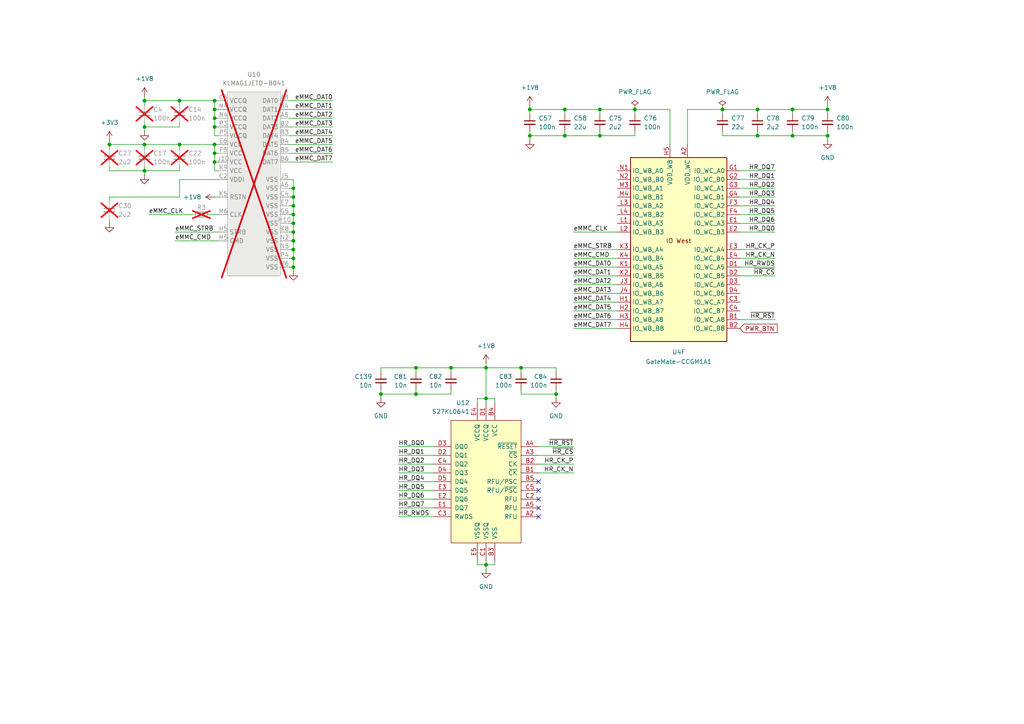
<source format=kicad_sch>
(kicad_sch (version 20250114) (generator "eeschema") (generator_version "9.0")
  (paper "A4")
  (title_block (title "${project_name}") (date "2025-06-24") (rev "${project_version}") (company "${project_creator}") (comment 1 "${project_license}"))
  (bus_alias "DDMI0" (members "DDMI0_TX0_P" "DDMI0_TX0_N" "DDMI0_TX1_P" "DDMI0_TX1_N" "DDMI0_TX2_P" "DDMI0_TX2_N" "DDMI0_CLK_P" "DDMI0_CLK_N" "DDMI0_SDA" "DDMI0_SCL"))
  (bus_alias "DDMI1" (members "DDMI1_TX0_P" "DDMI1_TX0_N" "DDMI1_TX1_P" "DDMI1_TX1_N" "DDMI1_TX2_P" "DDMI1_TX2_N" "DDMI1_CLK_P" "DDMI1_CLK_N"))
  (junction (at 41.91 41.91))
  (junction (at 85.09 77.47))
  (junction (at 229.87 39.37))
  (junction (at 85.09 59.69))
  (junction (at 140.97 115.57))
  (junction (at 184.15 31.75))
  (junction (at 173.99 31.75))
  (junction (at 240.03 31.75))
  (junction (at 153.67 31.75))
  (junction (at 153.67 39.37))
  (junction (at 85.09 64.77))
  (junction (at 41.91 29.21))
  (junction (at 85.09 67.31))
  (junction (at 173.99 39.37))
  (junction (at 85.09 57.15))
  (junction (at 62.23 41.91))
  (junction (at 161.29 114.3))
  (junction (at 85.09 54.61))
  (junction (at 85.09 62.23))
  (junction (at 41.91 36.83))
  (junction (at 120.65 106.68))
  (junction (at 219.71 39.37))
  (junction (at 163.83 31.75))
  (junction (at 31.75 41.91))
  (junction (at 85.09 69.85))
  (junction (at 240.03 39.37))
  (junction (at 140.97 163.83))
  (junction (at 62.23 29.21))
  (junction (at 52.07 41.91))
  (junction (at 62.23 34.29))
  (junction (at 52.07 29.21))
  (junction (at 62.23 31.75))
  (junction (at 62.23 44.45))
  (junction (at 85.09 72.39))
  (junction (at 219.71 31.75))
  (junction (at 130.81 106.68))
  (junction (at 62.23 46.99))
  (junction (at 120.65 114.3))
  (junction (at 85.09 74.93))
  (junction (at 110.49 114.3))
  (junction (at 229.87 31.75))
  (junction (at 41.91 49.53))
  (junction (at 151.13 106.68))
  (junction (at 140.97 106.68))
  (junction (at 209.55 31.75))
  (junction (at 62.23 36.83))
  (junction (at 163.83 39.37))
  (no_connect (at 156.21 144.78))
  (no_connect (at 156.21 149.86))
  (no_connect (at 156.21 142.24))
  (no_connect (at 156.21 147.32))
  (no_connect (at 156.21 139.7))
  (wire (pts (xy 85.09 54.61) (xy 85.09 57.15)))
  (wire (pts (xy 115.57 147.32) (xy 125.73 147.32)))
  (wire (pts (xy 120.65 114.3) (xy 130.81 114.3)))
  (wire (pts (xy 229.87 31.75) (xy 240.03 31.75)))
  (wire (pts (xy 62.23 34.29) (xy 63.5 34.29)))
  (wire (pts (xy 161.29 114.3) (xy 161.29 115.57)))
  (wire (pts (xy 173.99 31.75) (xy 184.15 31.75)))
  (wire (pts (xy 140.97 162.56) (xy 140.97 163.83)))
  (wire (pts (xy 85.09 59.69) (xy 85.09 62.23)))
  (wire (pts (xy 163.83 38.1) (xy 163.83 39.37)))
  (wire (pts (xy 224.79 49.53) (xy 214.63 49.53)))
  (wire (pts (xy 50.8 69.85) (xy 63.5 69.85)))
  (wire (pts (xy 41.91 49.53) (xy 31.75 49.53)))
  (wire (pts (xy 219.71 38.1) (xy 219.71 39.37)))
  (wire (pts (xy 166.37 134.62) (xy 156.21 134.62)))
  (wire (pts (xy 62.23 41.91) (xy 63.5 41.91)))
  (wire (pts (xy 83.82 72.39) (xy 85.09 72.39)))
  (wire (pts (xy 153.67 38.1) (xy 153.67 39.37)))
  (wire (pts (xy 83.82 39.37) (xy 96.52 39.37)))
  (wire (pts (xy 62.23 31.75) (xy 63.5 31.75)))
  (wire (pts (xy 240.03 39.37) (xy 240.03 40.64)))
  (wire (pts (xy 184.15 31.75) (xy 184.15 33.02)))
  (wire (pts (xy 85.09 64.77) (xy 85.09 67.31)))
  (wire (pts (xy 151.13 106.68) (xy 140.97 106.68)))
  (wire (pts (xy 62.23 34.29) (xy 62.23 31.75)))
  (wire (pts (xy 83.82 67.31) (xy 85.09 67.31)))
  (wire (pts (xy 62.23 44.45) (xy 63.5 44.45)))
  (wire (pts (xy 130.81 106.68) (xy 130.81 107.95)))
  (wire (pts (xy 240.03 38.1) (xy 240.03 39.37)))
  (wire (pts (xy 60.96 62.23) (xy 63.5 62.23)))
  (wire (pts (xy 184.15 39.37) (xy 184.15 38.1)))
  (wire (pts (xy 31.75 49.53) (xy 31.75 48.26)))
  (wire (pts (xy 83.82 44.45) (xy 96.52 44.45)))
  (wire (pts (xy 140.97 163.83) (xy 140.97 165.1)))
  (wire (pts (xy 173.99 38.1) (xy 173.99 39.37)))
  (wire (pts (xy 85.09 67.31) (xy 85.09 69.85)))
  (wire (pts (xy 31.75 43.18) (xy 31.75 41.91)))
  (wire (pts (xy 52.07 41.91) (xy 52.07 43.18)))
  (wire (pts (xy 163.83 31.75) (xy 163.83 33.02)))
  (wire (pts (xy 166.37 80.01) (xy 179.07 80.01)))
  (wire (pts (xy 240.03 30.48) (xy 240.03 31.75)))
  (wire (pts (xy 31.75 41.91) (xy 41.91 41.91)))
  (wire (pts (xy 83.82 62.23) (xy 85.09 62.23)))
  (wire (pts (xy 83.82 54.61) (xy 85.09 54.61)))
  (wire (pts (xy 224.79 74.93) (xy 214.63 74.93)))
  (wire (pts (xy 83.82 69.85) (xy 85.09 69.85)))
  (wire (pts (xy 240.03 31.75) (xy 240.03 33.02)))
  (wire (pts (xy 83.82 46.99) (xy 96.52 46.99)))
  (wire (pts (xy 166.37 137.16) (xy 156.21 137.16)))
  (wire (pts (xy 153.67 30.48) (xy 153.67 31.75)))
  (wire (pts (xy 161.29 114.3) (xy 151.13 114.3)))
  (wire (pts (xy 219.71 39.37) (xy 229.87 39.37)))
  (wire (pts (xy 62.23 29.21) (xy 63.5 29.21)))
  (wire (pts (xy 219.71 31.75) (xy 219.71 33.02)))
  (wire (pts (xy 83.82 31.75) (xy 96.52 31.75)))
  (wire (pts (xy 85.09 74.93) (xy 85.09 77.47)))
  (wire (pts (xy 63.5 57.15) (xy 62.23 57.15)))
  (wire (pts (xy 151.13 106.68) (xy 151.13 107.95)))
  (wire (pts (xy 161.29 113.03) (xy 161.29 114.3)))
  (wire (pts (xy 83.82 59.69) (xy 85.09 59.69)))
  (wire (pts (xy 184.15 31.75) (xy 194.31 31.75)))
  (wire (pts (xy 153.67 31.75) (xy 153.67 33.02)))
  (wire (pts (xy 110.49 114.3) (xy 120.65 114.3)))
  (wire (pts (xy 115.57 142.24) (xy 125.73 142.24)))
  (wire (pts (xy 163.83 31.75) (xy 173.99 31.75)))
  (wire (pts (xy 143.51 162.56) (xy 143.51 163.83)))
  (wire (pts (xy 173.99 39.37) (xy 184.15 39.37)))
  (wire (pts (xy 63.5 52.07) (xy 52.07 52.07)))
  (wire (pts (xy 62.23 39.37) (xy 62.23 36.83)))
  (wire (pts (xy 52.07 29.21) (xy 52.07 30.48)))
  (wire (pts (xy 140.97 115.57) (xy 140.97 116.84)))
  (wire (pts (xy 163.83 39.37) (xy 173.99 39.37)))
  (wire (pts (xy 166.37 129.54) (xy 156.21 129.54)))
  (wire (pts (xy 83.82 57.15) (xy 85.09 57.15)))
  (wire (pts (xy 166.37 82.55) (xy 179.07 82.55)))
  (wire (pts (xy 83.82 34.29) (xy 96.52 34.29)))
  (wire (pts (xy 41.91 29.21) (xy 52.07 29.21)))
  (wire (pts (xy 115.57 139.7) (xy 125.73 139.7)))
  (wire (pts (xy 224.79 92.71) (xy 214.63 92.71)))
  (wire (pts (xy 140.97 115.57) (xy 138.43 115.57)))
  (wire (pts (xy 83.82 64.77) (xy 85.09 64.77)))
  (wire (pts (xy 120.65 106.68) (xy 110.49 106.68)))
  (wire (pts (xy 85.09 72.39) (xy 85.09 74.93)))
  (wire (pts (xy 161.29 106.68) (xy 151.13 106.68)))
  (wire (pts (xy 166.37 87.63) (xy 179.07 87.63)))
  (wire (pts (xy 62.23 46.99) (xy 62.23 44.45)))
  (wire (pts (xy 41.91 49.53) (xy 41.91 50.8)))
  (wire (pts (xy 166.37 67.31) (xy 179.07 67.31)))
  (wire (pts (xy 110.49 114.3) (xy 110.49 115.57)))
  (wire (pts (xy 52.07 48.26) (xy 52.07 49.53)))
  (wire (pts (xy 83.82 36.83) (xy 96.52 36.83)))
  (wire (pts (xy 161.29 106.68) (xy 161.29 107.95)))
  (wire (pts (xy 166.37 85.09) (xy 179.07 85.09)))
  (wire (pts (xy 166.37 74.93) (xy 179.07 74.93)))
  (wire (pts (xy 41.91 27.94) (xy 41.91 29.21)))
  (wire (pts (xy 224.79 62.23) (xy 214.63 62.23)))
  (wire (pts (xy 140.97 105.41) (xy 140.97 106.68)))
  (wire (pts (xy 52.07 29.21) (xy 62.23 29.21)))
  (wire (pts (xy 209.55 33.02) (xy 209.55 31.75)))
  (wire (pts (xy 52.07 57.15) (xy 31.75 57.15)))
  (wire (pts (xy 115.57 134.62) (xy 125.73 134.62)))
  (wire (pts (xy 83.82 29.21) (xy 96.52 29.21)))
  (wire (pts (xy 224.79 72.39) (xy 214.63 72.39)))
  (wire (pts (xy 63.5 49.53) (xy 62.23 49.53)))
  (wire (pts (xy 52.07 36.83) (xy 41.91 36.83)))
  (wire (pts (xy 110.49 113.03) (xy 110.49 114.3)))
  (wire (pts (xy 85.09 69.85) (xy 85.09 72.39)))
  (wire (pts (xy 62.23 36.83) (xy 63.5 36.83)))
  (wire (pts (xy 85.09 57.15) (xy 85.09 59.69)))
  (wire (pts (xy 153.67 31.75) (xy 163.83 31.75)))
  (wire (pts (xy 224.79 54.61) (xy 214.63 54.61)))
  (wire (pts (xy 166.37 77.47) (xy 179.07 77.47)))
  (wire (pts (xy 224.79 59.69) (xy 214.63 59.69)))
  (wire (pts (xy 41.91 41.91) (xy 41.91 43.18)))
  (wire (pts (xy 224.79 52.07) (xy 214.63 52.07)))
  (wire (pts (xy 62.23 44.45) (xy 62.23 41.91)))
  (wire (pts (xy 166.37 90.17) (xy 179.07 90.17)))
  (wire (pts (xy 209.55 38.1) (xy 209.55 39.37)))
  (wire (pts (xy 31.75 40.64) (xy 31.75 41.91)))
  (wire (pts (xy 41.91 36.83) (xy 41.91 38.1)))
  (wire (pts (xy 41.91 48.26) (xy 41.91 49.53)))
  (wire (pts (xy 130.81 114.3) (xy 130.81 113.03)))
  (wire (pts (xy 140.97 106.68) (xy 140.97 115.57)))
  (wire (pts (xy 224.79 77.47) (xy 214.63 77.47)))
  (wire (pts (xy 41.91 30.48) (xy 41.91 29.21)))
  (wire (pts (xy 138.43 115.57) (xy 138.43 116.84)))
  (wire (pts (xy 120.65 106.68) (xy 120.65 107.95)))
  (wire (pts (xy 173.99 31.75) (xy 173.99 33.02)))
  (wire (pts (xy 143.51 163.83) (xy 140.97 163.83)))
  (wire (pts (xy 43.18 62.23) (xy 55.88 62.23)))
  (wire (pts (xy 140.97 163.83) (xy 138.43 163.83)))
  (wire (pts (xy 41.91 36.83) (xy 41.91 35.56)))
  (wire (pts (xy 85.09 62.23) (xy 85.09 64.77)))
  (wire (pts (xy 52.07 41.91) (xy 62.23 41.91)))
  (wire (pts (xy 52.07 49.53) (xy 41.91 49.53)))
  (wire (pts (xy 62.23 31.75) (xy 62.23 29.21)))
  (wire (pts (xy 83.82 77.47) (xy 85.09 77.47)))
  (wire (pts (xy 153.67 39.37) (xy 153.67 40.64)))
  (wire (pts (xy 166.37 92.71) (xy 179.07 92.71)))
  (wire (pts (xy 52.07 52.07) (xy 52.07 57.15)))
  (wire (pts (xy 115.57 149.86) (xy 125.73 149.86)))
  (wire (pts (xy 219.71 31.75) (xy 229.87 31.75)))
  (wire (pts (xy 62.23 46.99) (xy 63.5 46.99)))
  (wire (pts (xy 224.79 67.31) (xy 214.63 67.31)))
  (wire (pts (xy 115.57 129.54) (xy 125.73 129.54)))
  (wire (pts (xy 85.09 77.47) (xy 85.09 78.74)))
  (wire (pts (xy 41.91 41.91) (xy 52.07 41.91)))
  (wire (pts (xy 138.43 163.83) (xy 138.43 162.56)))
  (wire (pts (xy 229.87 31.75) (xy 229.87 33.02)))
  (wire (pts (xy 83.82 41.91) (xy 96.52 41.91)))
  (wire (pts (xy 62.23 36.83) (xy 62.23 34.29)))
  (wire (pts (xy 115.57 144.78) (xy 125.73 144.78)))
  (wire (pts (xy 115.57 132.08) (xy 125.73 132.08)))
  (wire (pts (xy 194.31 41.91) (xy 194.31 31.75)))
  (wire (pts (xy 199.39 31.75) (xy 199.39 41.91)))
  (wire (pts (xy 229.87 38.1) (xy 229.87 39.37)))
  (wire (pts (xy 209.55 39.37) (xy 219.71 39.37)))
  (wire (pts (xy 143.51 115.57) (xy 140.97 115.57)))
  (wire (pts (xy 166.37 72.39) (xy 179.07 72.39)))
  (wire (pts (xy 31.75 57.15) (xy 31.75 58.42)))
  (wire (pts (xy 209.55 31.75) (xy 199.39 31.75)))
  (wire (pts (xy 229.87 39.37) (xy 240.03 39.37)))
  (wire (pts (xy 143.51 116.84) (xy 143.51 115.57)))
  (wire (pts (xy 52.07 35.56) (xy 52.07 36.83)))
  (wire (pts (xy 153.67 39.37) (xy 163.83 39.37)))
  (wire (pts (xy 83.82 52.07) (xy 85.09 52.07)))
  (wire (pts (xy 31.75 63.5) (xy 31.75 64.77)))
  (wire (pts (xy 120.65 113.03) (xy 120.65 114.3)))
  (wire (pts (xy 115.57 137.16) (xy 125.73 137.16)))
  (wire (pts (xy 224.79 57.15) (xy 214.63 57.15)))
  (wire (pts (xy 130.81 106.68) (xy 120.65 106.68)))
  (wire (pts (xy 224.79 80.01) (xy 214.63 80.01)))
  (wire (pts (xy 110.49 106.68) (xy 110.49 107.95)))
  (wire (pts (xy 151.13 113.03) (xy 151.13 114.3)))
  (wire (pts (xy 166.37 132.08) (xy 156.21 132.08)))
  (wire (pts (xy 63.5 39.37) (xy 62.23 39.37)))
  (wire (pts (xy 166.37 95.25) (xy 179.07 95.25)))
  (wire (pts (xy 62.23 49.53) (xy 62.23 46.99)))
  (wire (pts (xy 224.79 64.77) (xy 214.63 64.77)))
  (wire (pts (xy 85.09 52.07) (xy 85.09 54.61)))
  (wire (pts (xy 209.55 31.75) (xy 219.71 31.75)))
  (wire (pts (xy 140.97 106.68) (xy 130.81 106.68)))
  (wire (pts (xy 50.8 67.31) (xy 63.5 67.31)))
  (wire (pts (xy 83.82 74.93) (xy 85.09 74.93)))
  (label "eMMC_DAT6" (at 96.52 44.45 180))
  (label "HR_DQ4" (at 115.57 139.7 0))
  (label "HR_RWDS" (at 115.57 149.86 0))
  (label "eMMC_DAT3" (at 166.37 85.09 0))
  (label "HR_DQ7" (at 224.79 49.53 180))
  (label "~{HR_CS}" (at 166.37 132.08 180))
  (label "HR_DQ4" (at 224.79 59.69 180))
  (label "eMMC_DAT5" (at 96.52 41.91 180))
  (label "eMMC_STRB" (at 166.37 72.39 0))
  (label "eMMC_DAT7" (at 166.37 95.25 0))
  (label "eMMC_DAT4" (at 166.37 87.63 0))
  (label "eMMC_DAT1" (at 96.52 31.75 180))
  (label "eMMC_DAT5" (at 166.37 90.17 0))
  (label "HR_DQ3" (at 224.79 57.15 180))
  (label "eMMC_DAT3" (at 96.52 36.83 180))
  (label "HR_DQ1" (at 115.57 132.08 0))
  (label "HR_DQ0" (at 224.79 67.31 180))
  (label "eMMC_DAT4" (at 96.52 39.37 180))
  (label "HR_DQ7" (at 115.57 147.32 0))
  (label "~{HR_RST}" (at 224.79 92.71 180))
  (label "HR_CK_N" (at 166.37 137.16 180))
  (label "HR_DQ6" (at 115.57 144.78 0))
  (label "eMMC_CMD" (at 166.37 74.93 0))
  (label "eMMC_CLK" (at 166.37 67.31 0))
  (label "eMMC_DAT1" (at 166.37 80.01 0))
  (label "HR_DQ3" (at 115.57 137.16 0))
  (label "eMMC_DAT2" (at 166.37 82.55 0))
  (label "eMMC_DAT7" (at 96.52 46.99 180))
  (label "~{HR_RST}" (at 166.37 129.54 180))
  (label "eMMC_CLK" (at 43.18 62.23 0))
  (label "eMMC_DAT2" (at 96.52 34.29 180))
  (label "eMMC_DAT6" (at 166.37 92.71 0))
  (label "HR_RWDS" (at 224.79 77.47 180))
  (label "HR_DQ6" (at 224.79 64.77 180))
  (label "eMMC_DAT0" (at 166.37 77.47 0))
  (label "eMMC_DAT0" (at 96.52 29.21 180))
  (label "HR_CK_N" (at 224.79 74.93 180))
  (label "HR_DQ1" (at 224.79 52.07 180))
  (label "eMMC_STRB" (at 50.8 67.31 0))
  (label "HR_DQ2" (at 115.57 134.62 0))
  (label "HR_CK_P" (at 224.79 72.39 180))
  (label "HR_DQ0" (at 115.57 129.54 0))
  (label "HR_DQ5" (at 224.79 62.23 180))
  (label "eMMC_CMD" (at 50.8 69.85 0))
  (label "HR_CK_P" (at 166.37 134.62 180))
  (label "HR_DQ2" (at 224.79 54.61 180))
  (label "HR_DQ5" (at 115.57 142.24 0))
  (label "~{HR_CS}" (at 224.79 80.01 180))
  (global_label "PWR_BTN" (shape input) (at 214.63 95.25 0) (effects (font (size 1.254 1.254))) (property "Intersheetrefs" "${INTERSHEET_REFS}" (effects (hide yes))))
  (symbol (lib_id "Device:R_Small") (at 58.42 62.23 270) (mirror x) (unit 1) (in_bom no) (on_board no) (dnp yes)
    (property "Reference" "R3" (at 58.42 60.198 90))
    (property "Value" "33" (at 58.42 62.23 90) (effects (font (size 1.016 1.016))))
    (property "Footprint" "Resistor_SMD:R_0402_1005Metric" (effects (hide yes)))
    (property "Description" "Resistor, small symbol" (effects (hide yes)))
  )
  (symbol (lib_id "CM5:KLMAG1JETD-B041") (at 66.04 26.67 0) (unit 1) (in_bom no) (on_board no) (dnp yes)
    (property "Reference" "U10" (at 73.66 21.59 0))
    (property "Value" "KLMAG1JETD-B041" (at 73.66 24.13 0))
    (property "Footprint" "Package_BGA:LFBGA-153_11.5x13mm_Layout14x14_P0.5mm" (effects (hide yes)))
  )
  (symbol (lib_id "Device:C_Small") (at 41.91 33.02 0) (mirror y) (unit 1) (in_bom no) (on_board no) (dnp yes)
    (property "Reference" "C4" (at 44.45 31.7562 0) (effects (justify right)))
    (property "Value" "100n" (at 44.45 34.2962 0) (effects (justify right)))
    (property "Footprint" "Capacitor_SMD:C_0402_1005Metric" (effects (hide yes)))
  )
  (symbol (lib_id "Device:C_Small") (at 209.55 35.56 0) (unit 1)
    (property "Reference" "C77" (at 212.09 34.2963 0) (effects (justify left)))
    (property "Value" "22u" (at 212.09 36.8363 0) (effects (justify left)))
    (property "Footprint" "Capacitor_SMD:C_0402_1005Metric" (effects (hide yes)))
  )
  (symbol (lib_name "+1V8_4") (lib_id "power:+1V8") (at 240.03 30.48 0) (unit 1)
    (property "Reference" "#PWR021" (effects (hide yes)))
    (property "Value" "+1V8" (at 240.03 25.4 0))
    (property "Description" "Power symbol creates a global label with name \"+1V8\"" (effects (hide yes)))
  )
  (symbol (lib_id "power:GND") (at 31.75 64.77 0) (unit 1)
    (property "Reference" "#PWR091" (effects (hide yes)))
    (property "Value" "GND" (effects (hide yes)))
    (property "Description" "Power symbol creates a global label with name \"GND\" , ground" (effects (hide yes)))
  )
  (symbol (lib_id "Device:C_Small") (at 219.71 35.56 0) (unit 1)
    (property "Reference" "C78" (at 222.25 34.2963 0) (effects (justify left)))
    (property "Value" "2u2" (at 222.25 36.8363 0) (effects (justify left)))
    (property "Footprint" "Capacitor_SMD:C_0402_1005Metric" (effects (hide yes)))
  )
  (symbol (lib_id "Device:C_Small") (at 229.87 35.56 0) (unit 1)
    (property "Reference" "C79" (at 232.41 34.2963 0) (effects (justify left)))
    (property "Value" "100n" (at 232.41 36.8363 0) (effects (justify left)))
    (property "Footprint" "Capacitor_SMD:C_0402_1005Metric" (effects (hide yes)))
  )
  (symbol (lib_id "power:GND") (at 240.03 40.64 0) (unit 1)
    (property "Reference" "#PWR084" (effects (hide yes)))
    (property "Value" "GND" (at 240.03 45.72 0))
    (property "Description" "Power symbol creates a global label with name \"GND\" , ground" (effects (hide yes)))
  )
  (symbol (lib_name "+1V8_1") (lib_id "power:+1V8") (at 41.91 27.94 0) (unit 1)
    (property "Reference" "#PWR078" (effects (hide yes)))
    (property "Value" "+1V8" (at 41.91 22.86 0))
    (property "Description" "Power symbol creates a global label with name \"+1V8\"" (effects (hide yes)))
  )
  (symbol (lib_name "+1V8_1") (lib_id "power:+1V8") (at 62.23 57.15 90) (unit 1)
    (property "Reference" "#PWR093" (effects (hide yes)))
    (property "Value" "+1V8" (at 58.42 57.1499 90) (effects (justify left)))
    (property "Description" "Power symbol creates a global label with name \"+1V8\"" (effects (hide yes)))
  )
  (symbol (lib_id "Device:C_Small") (at 31.75 45.72 0) (unit 1) (in_bom no) (on_board no) (dnp yes)
    (property "Reference" "C27" (at 34.29 44.4563 0) (effects (justify left)))
    (property "Value" "2u2" (at 34.29 46.9963 0) (effects (justify left)))
    (property "Footprint" "Capacitor_SMD:C_0402_1005Metric" (effects (hide yes)))
  )
  (symbol (lib_id "Device:C_Small") (at 31.75 60.96 0) (unit 1) (in_bom no) (on_board no) (dnp yes)
    (property "Reference" "C30" (at 34.29 59.6963 0) (effects (justify left)))
    (property "Value" "2u2" (at 34.29 62.2363 0) (effects (justify left)))
    (property "Footprint" "Capacitor_SMD:C_0402_1005Metric" (effects (hide yes)))
  )
  (symbol (lib_id "Device:C_Small") (at 52.07 45.72 0) (mirror y) (unit 1) (in_bom no) (on_board no) (dnp yes)
    (property "Reference" "C22" (at 54.61 44.4562 0) (effects (justify right)))
    (property "Value" "100n" (at 54.61 46.9962 0) (effects (justify right)))
    (property "Footprint" "Capacitor_SMD:C_0402_1005Metric" (effects (hide yes)))
  )
  (symbol (lib_id "power:+3V3") (at 31.75 40.64 0) (unit 1)
    (property "Reference" "#PWR076" (effects (hide yes)))
    (property "Value" "+3V3" (at 31.75 35.56 0))
    (property "Description" "Power symbol creates a global label with name \"+3V3\"" (effects (hide yes)))
  )
  (symbol (lib_id "power:GND") (at 41.91 38.1 0) (unit 1)
    (property "Reference" "#PWR059" (effects (hide yes)))
    (property "Value" "GND" (effects (hide yes)))
    (property "Description" "Power symbol creates a global label with name \"GND\" , ground" (effects (hide yes)))
  )
  (symbol (lib_id "power:GND") (at 110.49 115.57 0) (mirror y) (unit 1)
    (property "Reference" "#PWR022" (effects (hide yes)))
    (property "Value" "GND" (at 110.49 120.65 0))
  )
  (symbol (lib_id "Device:C_Small") (at 151.13 110.49 0) (mirror y) (unit 1)
    (property "Reference" "C83" (at 148.59 109.2263 0) (effects (justify left)))
    (property "Value" "100n" (at 148.59 111.7663 0) (effects (justify left)))
    (property "Footprint" "Capacitor_SMD:C_0402_1005Metric" (effects (hide yes)))
  )
  (symbol (lib_id "Device:C_Small") (at 130.81 110.49 0) (mirror y) (unit 1)
    (property "Reference" "C82" (at 128.27 109.2263 0) (effects (justify left)))
    (property "Value" "10n" (at 128.27 111.7663 0) (effects (justify left)))
    (property "Footprint" "Capacitor_SMD:C_0402_1005Metric" (effects (hide yes)))
  )
  (symbol (lib_id "power:GND") (at 85.09 78.74 0) (unit 1)
    (property "Reference" "#PWR042" (effects (hide yes)))
    (property "Value" "GND" (effects (hide yes)))
    (property "Description" "Power symbol creates a global label with name \"GND\" , ground" (effects (hide yes)))
  )
  (symbol (lib_id "Device:C_Small") (at 240.03 35.56 0) (unit 1)
    (property "Reference" "C80" (at 242.57 34.2963 0) (effects (justify left)))
    (property "Value" "100n" (at 242.57 36.8363 0) (effects (justify left)))
    (property "Footprint" "Capacitor_SMD:C_0402_1005Metric" (effects (hide yes)))
  )
  (symbol (lib_id "FPGA_CologneChip_GateMate:CCGM1A1") (at 196.85 72.39 0) (unit 6)
    (property "Reference" "U4" (at 196.85 102.108 0))
    (property "Value" "GateMate-CCGM1A1" (at 196.85 104.902 0))
    (property "Footprint" "ulx5m-gs:BGA-324_15.0x15.0mm_Layout18x18_P0.8mm_Ball0.45mm_Pad0.4mm_NSMD" (effects (hide yes)))
    (property "Datasheet" "https://colognechip.com/docs/ds1001-gatemate1-datasheet-2022-05.pdf" (effects (hide yes)))
  )
  (symbol (lib_id "HyperRAM:S27KL0641") (at 140.97 142.24 0) (mirror y) (unit 1)
    (property "Reference" "U12" (at 136.2359 116.84 0) (effects (justify left)))
    (property "Value" "S27KL0641" (at 136.2359 119.38 0) (effects (justify left)))
    (property "Footprint" "Package_BGA:BGA-24_6x8mm_Layout5x5_P1.0mm" (effects (hide yes)))
    (property "Datasheet" "http://www.cypress.com/file/183506/download" (effects (hide yes)))
    (property "Source" "ANY" (effects (hide yes)))
  )
  (symbol (lib_id "Device:C_Small") (at 173.99 35.56 0) (unit 1)
    (property "Reference" "C75" (at 176.53 34.2963 0) (effects (justify left)))
    (property "Value" "2u2" (at 176.53 36.8363 0) (effects (justify left)))
    (property "Footprint" "Capacitor_SMD:C_0402_1005Metric" (effects (hide yes)))
  )
  (symbol (lib_id "Device:C_Small") (at 163.83 35.56 0) (unit 1)
    (property "Reference" "C58" (at 166.37 34.2963 0) (effects (justify left)))
    (property "Value" "22u" (at 166.37 36.8363 0) (effects (justify left)))
    (property "Footprint" "Capacitor_SMD:C_0402_1005Metric" (effects (hide yes)))
  )
  (symbol (lib_id "Device:C_Small") (at 120.65 110.49 0) (mirror y) (unit 1)
    (property "Reference" "C81" (at 118.11 109.2263 0) (effects (justify left)))
    (property "Value" "10n" (at 118.11 111.7663 0) (effects (justify left)))
    (property "Footprint" "Capacitor_SMD:C_0402_1005Metric" (effects (hide yes)))
  )
  (symbol (lib_name "+1V8_4") (lib_id "power:+1V8") (at 153.67 30.48 0) (unit 1)
    (property "Reference" "#PWR06" (effects (hide yes)))
    (property "Value" "+1V8" (at 153.67 25.4 0))
    (property "Description" "Power symbol creates a global label with name \"+1V8\"" (effects (hide yes)))
  )
  (symbol (lib_id "Device:C_Small") (at 41.91 45.72 0) (mirror y) (unit 1) (in_bom no) (on_board no) (dnp yes)
    (property "Reference" "C17" (at 44.45 44.4562 0) (effects (justify right)))
    (property "Value" "100n" (at 44.45 46.9962 0) (effects (justify right)))
    (property "Footprint" "Capacitor_SMD:C_0402_1005Metric" (effects (hide yes)))
  )
  (symbol (lib_id "Device:C_Small") (at 161.29 110.49 0) (mirror y) (unit 1)
    (property "Reference" "C84" (at 158.75 109.2263 0) (effects (justify left)))
    (property "Value" "100n" (at 158.75 111.7663 0) (effects (justify left)))
    (property "Footprint" "Capacitor_SMD:C_0402_1005Metric" (effects (hide yes)))
  )
  (symbol (lib_id "power:PWR_FLAG") (at 184.15 31.75 0) (unit 1)
    (property "Reference" "#FLG013" (effects (hide yes)))
    (property "Value" "PWR_FLAG" (at 184.15 26.67 0))
    (property "Description" "Special symbol for telling ERC where power comes from" (effects (hide yes)))
  )
  (symbol (lib_id "power:GND") (at 140.97 165.1 0) (mirror y) (unit 1)
    (property "Reference" "#PWR087" (effects (hide yes)))
    (property "Value" "GND" (at 140.97 170.18 0))
  )
  (symbol (lib_id "Device:C_Small") (at 52.07 33.02 0) (mirror y) (unit 1) (in_bom no) (on_board no) (dnp yes)
    (property "Reference" "C14" (at 54.61 31.7562 0) (effects (justify right)))
    (property "Value" "100n" (at 54.61 34.2962 0) (effects (justify right)))
    (property "Footprint" "Capacitor_SMD:C_0402_1005Metric" (effects (hide yes)))
  )
  (symbol (lib_id "power:GND") (at 161.29 115.57 0) (mirror y) (unit 1)
    (property "Reference" "#PWR088" (effects (hide yes)))
    (property "Value" "GND" (at 161.29 120.65 0))
  )
  (symbol (lib_id "Device:C_Small") (at 184.15 35.56 0) (unit 1)
    (property "Reference" "C76" (at 186.69 34.2963 0) (effects (justify left)))
    (property "Value" "100n" (at 186.69 36.8363 0) (effects (justify left)))
    (property "Footprint" "Capacitor_SMD:C_0402_1005Metric" (effects (hide yes)))
  )
  (symbol (lib_id "power:PWR_FLAG") (at 209.55 31.75 0) (unit 1)
    (property "Reference" "#FLG014" (effects (hide yes)))
    (property "Value" "PWR_FLAG" (at 209.55 26.67 0))
    (property "Description" "Special symbol for telling ERC where power comes from" (effects (hide yes)))
  )
  (symbol (lib_id "Device:C_Small") (at 110.49 110.49 0) (mirror y) (unit 1)
    (property "Reference" "C139" (at 107.95 109.2263 0) (effects (justify left)))
    (property "Value" "10n" (at 107.95 111.7663 0) (effects (justify left)))
    (property "Footprint" "Capacitor_SMD:C_0402_1005Metric" (effects (hide yes)))
  )
  (symbol (lib_id "power:GND") (at 41.91 50.8 0) (unit 1)
    (property "Reference" "#PWR048" (effects (hide yes)))
    (property "Value" "GND" (effects (hide yes)))
    (property "Description" "Power symbol creates a global label with name \"GND\" , ground" (effects (hide yes)))
  )
  (symbol (lib_id "Device:C_Small") (at 153.67 35.56 0) (unit 1)
    (property "Reference" "C57" (at 156.21 34.2963 0) (effects (justify left)))
    (property "Value" "100n" (at 156.21 36.8363 0) (effects (justify left)))
    (property "Footprint" "Capacitor_SMD:C_0402_1005Metric" (effects (hide yes)))
  )
  (symbol (lib_id "power:GND") (at 153.67 40.64 0) (unit 1)
    (property "Reference" "#PWR081" (effects (hide yes)))
    (property "Value" "GND" (effects (hide yes)))
    (property "Description" "Power symbol creates a global label with name \"GND\" , ground" (effects (hide yes)))
  )
  (symbol (lib_id "power:+1V8") (at 140.97 105.41 0) (mirror y) (unit 1)
    (property "Reference" "#PWR037" (effects (hide yes)))
    (property "Value" "+1V8" (at 140.97 100.33 0))
  )
)
</source>
